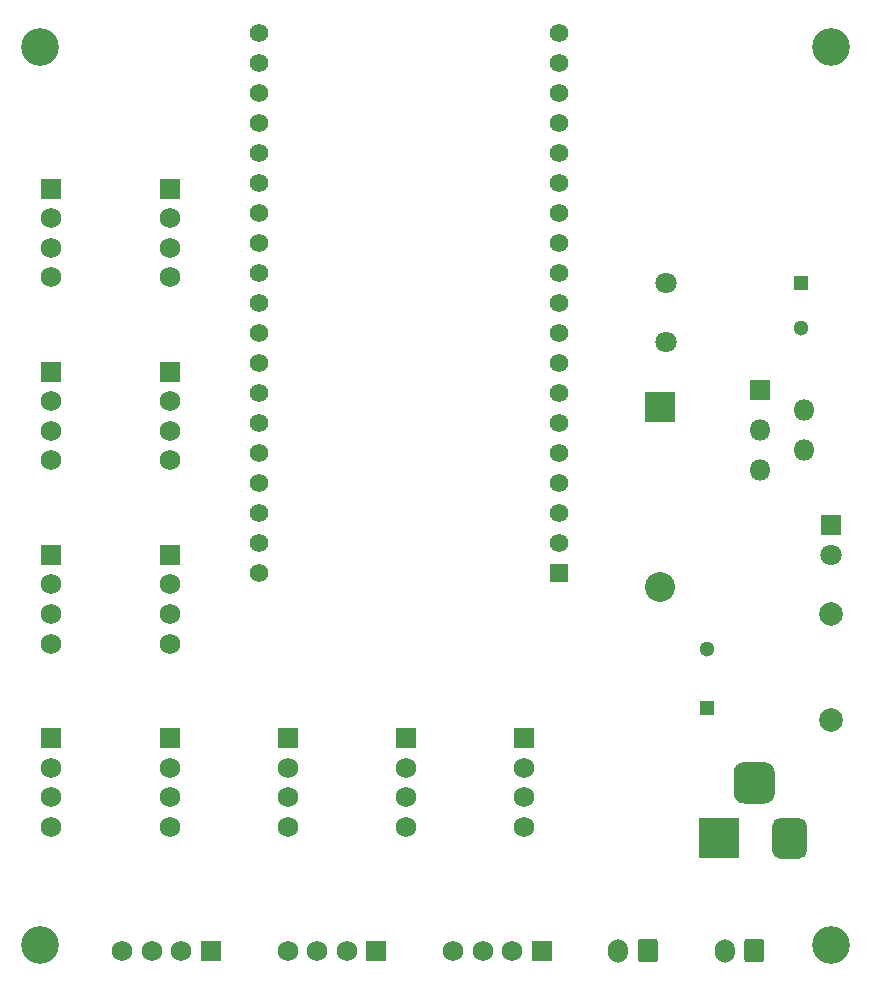
<source format=gbr>
G04 #@! TF.GenerationSoftware,KiCad,Pcbnew,(5.1.10)-1*
G04 #@! TF.CreationDate,2022-01-22T12:59:44+00:00*
G04 #@! TF.ProjectId,beehive,62656568-6976-4652-9e6b-696361645f70,rev?*
G04 #@! TF.SameCoordinates,Original*
G04 #@! TF.FileFunction,Soldermask,Top*
G04 #@! TF.FilePolarity,Negative*
%FSLAX46Y46*%
G04 Gerber Fmt 4.6, Leading zero omitted, Abs format (unit mm)*
G04 Created by KiCad (PCBNEW (5.1.10)-1) date 2022-01-22 12:59:44*
%MOMM*%
%LPD*%
G01*
G04 APERTURE LIST*
%ADD10C,2.000000*%
%ADD11C,1.800000*%
%ADD12R,1.800000X1.800000*%
%ADD13R,2.540000X2.540000*%
%ADD14C,2.540000*%
%ADD15C,1.300000*%
%ADD16R,1.300000X1.300000*%
%ADD17O,1.700000X2.000000*%
%ADD18C,1.750000*%
%ADD19R,1.750000X1.750000*%
%ADD20C,3.200000*%
%ADD21R,3.500000X3.500000*%
%ADD22O,1.800000X1.800000*%
%ADD23R,1.560000X1.560000*%
%ADD24C,1.560000*%
G04 APERTURE END LIST*
D10*
X206500000Y-121500000D03*
X206500000Y-112500000D03*
D11*
X206500000Y-107540000D03*
D12*
X206500000Y-105000000D03*
D13*
X192002960Y-95001220D03*
D14*
X192002960Y-110241220D03*
D11*
X192500000Y-84500000D03*
X192500000Y-89500000D03*
D15*
X204000000Y-88300000D03*
D16*
X204000000Y-84500000D03*
D17*
X188500000Y-141000000D03*
G36*
G01*
X191850000Y-140250000D02*
X191850000Y-141750000D01*
G75*
G02*
X191600000Y-142000000I-250000J0D01*
G01*
X190400000Y-142000000D01*
G75*
G02*
X190150000Y-141750000I0J250000D01*
G01*
X190150000Y-140250000D01*
G75*
G02*
X190400000Y-140000000I250000J0D01*
G01*
X191600000Y-140000000D01*
G75*
G02*
X191850000Y-140250000I0J-250000D01*
G01*
G37*
X197500000Y-141000000D03*
G36*
G01*
X200850000Y-140250000D02*
X200850000Y-141750000D01*
G75*
G02*
X200600000Y-142000000I-250000J0D01*
G01*
X199400000Y-142000000D01*
G75*
G02*
X199150000Y-141750000I0J250000D01*
G01*
X199150000Y-140250000D01*
G75*
G02*
X199400000Y-140000000I250000J0D01*
G01*
X200600000Y-140000000D01*
G75*
G02*
X200850000Y-140250000I0J-250000D01*
G01*
G37*
D18*
X140500000Y-99500000D03*
X140500000Y-97000000D03*
X140500000Y-94500000D03*
D19*
X140500000Y-92000000D03*
D18*
X150500000Y-84000000D03*
X150500000Y-81500000D03*
X150500000Y-79000000D03*
D19*
X150500000Y-76500000D03*
D18*
X140500000Y-84000000D03*
X140500000Y-81500000D03*
X140500000Y-79000000D03*
D19*
X140500000Y-76500000D03*
D18*
X140500000Y-115000000D03*
X140500000Y-112500000D03*
X140500000Y-110000000D03*
D19*
X140500000Y-107500000D03*
D18*
X174500000Y-141000000D03*
X177000000Y-141000000D03*
X179500000Y-141000000D03*
D19*
X182000000Y-141000000D03*
D18*
X146500000Y-141000000D03*
X149000000Y-141000000D03*
X151500000Y-141000000D03*
D19*
X154000000Y-141000000D03*
D20*
X139500000Y-64500000D03*
X206500000Y-64500000D03*
X206500000Y-140500000D03*
X139500000Y-140500000D03*
D18*
X160500000Y-141000000D03*
X163000000Y-141000000D03*
X165500000Y-141000000D03*
D19*
X168000000Y-141000000D03*
D18*
X180500000Y-130500000D03*
X180500000Y-128000000D03*
X180500000Y-125500000D03*
D19*
X180500000Y-123000000D03*
D18*
X170500000Y-130500000D03*
X170500000Y-128000000D03*
X170500000Y-125500000D03*
D19*
X170500000Y-123000000D03*
D18*
X160500000Y-130500000D03*
X160500000Y-128000000D03*
X160500000Y-125500000D03*
D19*
X160500000Y-123000000D03*
D18*
X150500000Y-130500000D03*
X150500000Y-128000000D03*
X150500000Y-125500000D03*
D19*
X150500000Y-123000000D03*
D18*
X140500000Y-130500000D03*
X140500000Y-128000000D03*
X140500000Y-125500000D03*
D19*
X140500000Y-123000000D03*
D18*
X150500000Y-115000000D03*
X150500000Y-112500000D03*
X150500000Y-110000000D03*
D19*
X150500000Y-107500000D03*
D18*
X150500000Y-99500000D03*
X150500000Y-97000000D03*
X150500000Y-94500000D03*
D19*
X150500000Y-92000000D03*
G36*
G01*
X201750000Y-125925000D02*
X201750000Y-127675000D01*
G75*
G02*
X200875000Y-128550000I-875000J0D01*
G01*
X199125000Y-128550000D01*
G75*
G02*
X198250000Y-127675000I0J875000D01*
G01*
X198250000Y-125925000D01*
G75*
G02*
X199125000Y-125050000I875000J0D01*
G01*
X200875000Y-125050000D01*
G75*
G02*
X201750000Y-125925000I0J-875000D01*
G01*
G37*
G36*
G01*
X204500000Y-130500000D02*
X204500000Y-132500000D01*
G75*
G02*
X203750000Y-133250000I-750000J0D01*
G01*
X202250000Y-133250000D01*
G75*
G02*
X201500000Y-132500000I0J750000D01*
G01*
X201500000Y-130500000D01*
G75*
G02*
X202250000Y-129750000I750000J0D01*
G01*
X203750000Y-129750000D01*
G75*
G02*
X204500000Y-130500000I0J-750000D01*
G01*
G37*
D21*
X197000000Y-131500000D03*
D16*
X196000000Y-120500000D03*
D15*
X196000000Y-115500000D03*
D12*
X200500000Y-93500000D03*
D22*
X204200000Y-95200000D03*
X200500000Y-96900000D03*
X204200000Y-98600000D03*
X200500000Y-100300000D03*
D23*
X183500000Y-109000000D03*
D24*
X183500000Y-106460000D03*
X183500000Y-63280000D03*
X183500000Y-103920000D03*
X183500000Y-101380000D03*
X183500000Y-98840000D03*
X183500000Y-96300000D03*
X183500000Y-93760000D03*
X183500000Y-91220000D03*
X183500000Y-88680000D03*
X183500000Y-86140000D03*
X183500000Y-83600000D03*
X183500000Y-81060000D03*
X183500000Y-78520000D03*
X183500000Y-75980000D03*
X183500000Y-73440000D03*
X183500000Y-70900000D03*
X183500000Y-68360000D03*
X183500000Y-65820000D03*
X158100000Y-109000000D03*
X158100000Y-106460000D03*
X158100000Y-103920000D03*
X158100000Y-101380000D03*
X158100000Y-98840000D03*
X158100000Y-96300000D03*
X158100000Y-93760000D03*
X158100000Y-91220000D03*
X158100000Y-88680000D03*
X158100000Y-86140000D03*
X158100000Y-83600000D03*
X158100000Y-81060000D03*
X158100000Y-78520000D03*
X158100000Y-75980000D03*
X158100000Y-73440000D03*
X158100000Y-70900000D03*
X158100000Y-68360000D03*
X158100000Y-65820000D03*
X158100000Y-63280000D03*
M02*

</source>
